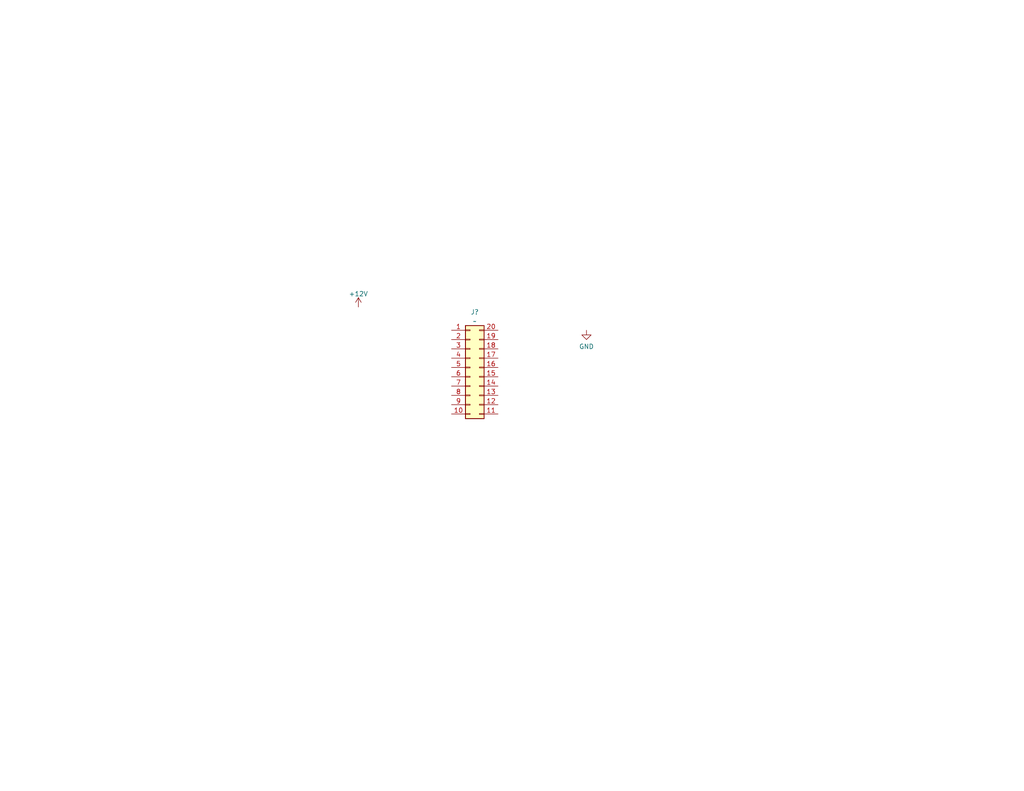
<source format=kicad_sch>
(kicad_sch (version 20211123) (generator eeschema)
  (paper "USLetter")
  (title_block (title "MotoSPD") (date "2022-04-05") (rev "A") (company "lazy8.io"))
  (lib_symbols
    (symbol "Connector_Generic:Conn_02x10_Counter_Clockwise" (pin_names (offset 1.016) hide)
      (property "Reference" "J" (at 1.27 12.7 0))
      (property "Value" "Conn_02x10_Counter_Clockwise" (at 1.27 -15.24 0))
      (symbol "Conn_02x10_Counter_Clockwise_1_1"
        (rectangle (start -1.27 -12.573) (end 0 -12.827) (stroke (width 0.1524)))
        (rectangle (start -1.27 -10.033) (end 0 -10.287) (stroke (width 0.1524)))
        (rectangle (start -1.27 -7.493) (end 0 -7.747) (stroke (width 0.1524)))
        (rectangle (start -1.27 -4.953) (end 0 -5.207) (stroke (width 0.1524)))
        (rectangle (start -1.27 -2.413) (end 0 -2.667) (stroke (width 0.1524)))
        (rectangle (start -1.27 0.127) (end 0 -0.127) (stroke (width 0.1524)))
        (rectangle (start -1.27 2.667) (end 0 2.413) (stroke (width 0.1524)))
        (rectangle (start -1.27 5.207) (end 0 4.953) (stroke (width 0.1524)))
        (rectangle (start -1.27 7.747) (end 0 7.493) (stroke (width 0.1524)))
        (rectangle (start -1.27 10.287) (end 0 10.033) (stroke (width 0.1524)))
        (rectangle (start -1.27 11.43) (end 3.81 -13.97) (stroke (width 0.254)) (fill (type background)))
        (rectangle (start 3.81 -12.573) (end 2.54 -12.827) (stroke (width 0.1524)))
        (rectangle (start 3.81 -10.033) (end 2.54 -10.287) (stroke (width 0.1524)))
        (rectangle (start 3.81 -7.493) (end 2.54 -7.747) (stroke (width 0.1524)))
        (rectangle (start 3.81 -4.953) (end 2.54 -5.207) (stroke (width 0.1524)))
        (rectangle (start 3.81 -2.413) (end 2.54 -2.667) (stroke (width 0.1524)))
        (rectangle (start 3.81 0.127) (end 2.54 -0.127) (stroke (width 0.1524)))
        (rectangle (start 3.81 2.667) (end 2.54 2.413) (stroke (width 0.1524)))
        (rectangle (start 3.81 5.207) (end 2.54 4.953) (stroke (width 0.1524)))
        (rectangle (start 3.81 7.747) (end 2.54 7.493) (stroke (width 0.1524)))
        (rectangle (start 3.81 10.287) (end 2.54 10.033) (stroke (width 0.1524)))
        (pin passive line (at -5.08 10.16 0) (length 3.81) (name "Pin_1") (number "1"))
        (pin passive line (at -5.08 -12.7 0) (length 3.81) (name "Pin_10") (number "10"))
        (pin passive line (at 7.62 -12.7 180) (length 3.81) (name "Pin_11") (number "11"))
        (pin passive line (at 7.62 -10.16 180) (length 3.81) (name "Pin_12") (number "12"))
        (pin passive line (at 7.62 -7.62 180) (length 3.81) (name "Pin_13") (number "13"))
        (pin passive line (at 7.62 -5.08 180) (length 3.81) (name "Pin_14") (number "14"))
        (pin passive line (at 7.62 -2.54 180) (length 3.81) (name "Pin_15") (number "15"))
        (pin passive line (at 7.62 0 180) (length 3.81) (name "Pin_16") (number "16"))
        (pin passive line (at 7.62 2.54 180) (length 3.81) (name "Pin_17") (number "17"))
        (pin passive line (at 7.62 5.08 180) (length 3.81) (name "Pin_18") (number "18"))
        (pin passive line (at 7.62 7.62 180) (length 3.81) (name "Pin_19") (number "19"))
        (pin passive line (at -5.08 7.62 0) (length 3.81) (name "Pin_2") (number "2"))
        (pin passive line (at 7.62 10.16 180) (length 3.81) (name "Pin_20") (number "20"))
        (pin passive line (at -5.08 5.08 0) (length 3.81) (name "Pin_3") (number "3"))
        (pin passive line (at -5.08 2.54 0) (length 3.81) (name "Pin_4") (number "4"))
        (pin passive line (at -5.08 0 0) (length 3.81) (name "Pin_5") (number "5"))
        (pin passive line (at -5.08 -2.54 0) (length 3.81) (name "Pin_6") (number "6"))
        (pin passive line (at -5.08 -5.08 0) (length 3.81) (name "Pin_7") (number "7"))
        (pin passive line (at -5.08 -7.62 0) (length 3.81) (name "Pin_8") (number "8"))
        (pin passive line (at -5.08 -10.16 0) (length 3.81) (name "Pin_9") (number "9"))
      )
    )
    (symbol "power:+12V" (power) (pin_names (offset 0))
      (property "Value" "+12V" (at 0 3.556 0))
      (symbol "+12V_0_1"
        (polyline (pts (xy -0.762 1.27) (xy 0 2.54)))
        (polyline (pts (xy 0 0) (xy 0 2.54)))
        (polyline (pts (xy 0 2.54) (xy 0.762 1.27)))
      )
      (symbol "+12V_1_1"
        (pin power_in line (at 0 0 90) (length 0) hide (name "+12V") (number "1"))
      )
    )
    (symbol "power:GND" (power) (pin_names (offset 0))
      (property "Value" "GND" (at 0 -3.81 0))
      (symbol "GND_0_1"
        (polyline (pts (xy 0 0) (xy 0 -1.27) (xy 1.27 -1.27) (xy 0 -2.54) (xy -1.27 -1.27) (xy 0 -1.27)))
      )
      (symbol "GND_1_1"
        (pin power_in line (at 0 0 270) (length 0) hide (name "GND") (number "1"))
      )
    )
  )
  (symbol (lib_id "power:GND") (at 160.02 90.17 0) (unit 1)
    (property "Reference" "#PWR?" (effects hide))
  )
  (symbol (lib_id "Connector_Generic:Conn_02x10_Counter_Clockwise") (at 128.27 100.33 0) (unit 1)
    (property "Reference" "J?" (at 129.54 85.2002 0))
    (property "Value" "~" (at 129.54 87.7371 0))
  )
  (symbol (lib_id "power:+12V") (at 97.79 83.82 0) (unit 1)
    (property "Reference" "#PWR?" (effects hide))
  )
)
</source>
